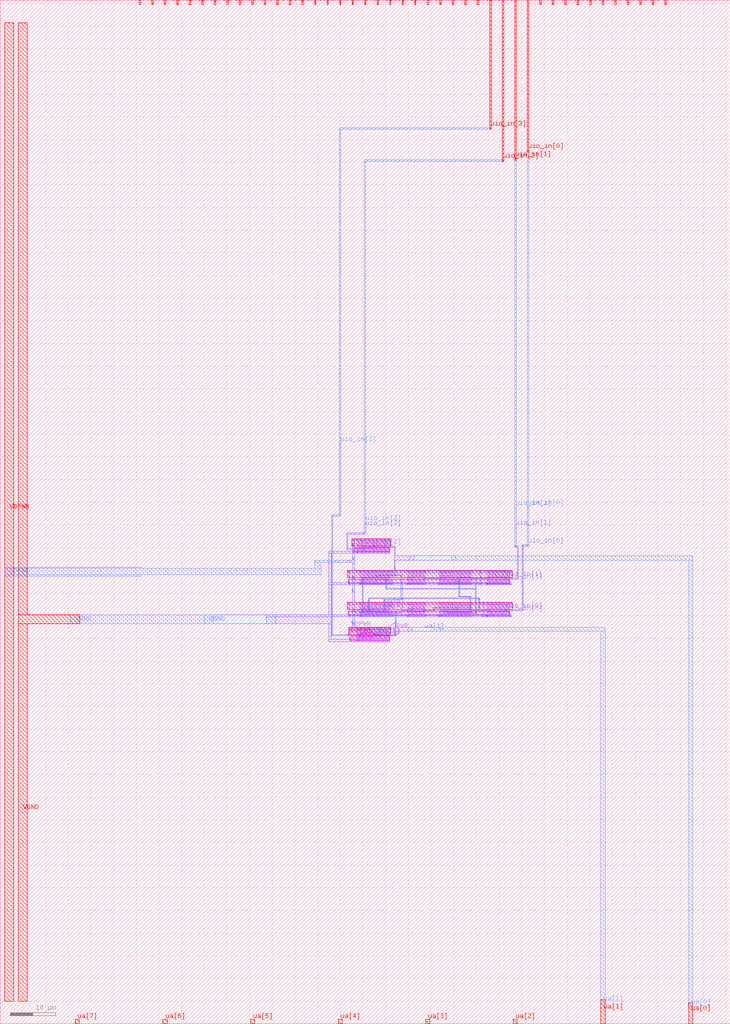
<source format=lef>
VERSION 5.7 ;
  NOWIREEXTENSIONATPIN ON ;
  DIVIDERCHAR "/" ;
  BUSBITCHARS "[]" ;
MACRO tt_um_relax_2
  CLASS BLOCK ;
  FOREIGN tt_um_relax_2 ;
  ORIGIN 0.000 0.000 ;
  SIZE 161.000 BY 225.760 ;
  PIN clk
    DIRECTION INPUT ;
    USE SIGNAL ;
    PORT
      LAYER met4 ;
        RECT 143.830 224.760 144.130 225.760 ;
    END
  END clk
  PIN ena
    DIRECTION INPUT ;
    USE SIGNAL ;
    PORT
      LAYER met4 ;
        RECT 146.590 224.760 146.890 225.760 ;
    END
  END ena
  PIN rst_n
    DIRECTION INPUT ;
    USE SIGNAL ;
    PORT
      LAYER met4 ;
        RECT 141.070 224.760 141.370 225.760 ;
    END
  END rst_n
  PIN ua[0]
    DIRECTION INOUT ;
    USE SIGNAL ;
    ANTENNAGATEAREA 5.940000 ;
    ANTENNADIFFAREA 5.724000 ;
    PORT
      LAYER li1 ;
        RECT 79.065 105.675 79.395 106.475 ;
        RECT 79.905 105.675 80.235 106.475 ;
        RECT 80.745 105.675 81.075 106.475 ;
        RECT 81.585 105.675 81.915 106.475 ;
        RECT 82.425 105.675 82.755 106.475 ;
        RECT 83.265 105.675 83.595 106.475 ;
        RECT 84.105 105.675 84.435 106.475 ;
        RECT 84.945 105.675 85.275 106.475 ;
        RECT 79.065 105.475 85.275 105.675 ;
        RECT 82.190 105.085 82.670 105.475 ;
        RECT 82.840 105.085 84.855 105.285 ;
        RECT 82.425 104.915 82.670 105.085 ;
        RECT 85.025 104.915 85.275 105.475 ;
        RECT 82.425 104.665 85.275 104.915 ;
        RECT 79.725 98.675 80.055 99.475 ;
        RECT 80.565 98.675 80.895 99.475 ;
        RECT 81.405 98.675 81.735 99.475 ;
        RECT 82.245 98.675 82.575 99.475 ;
        RECT 83.085 98.675 83.415 99.475 ;
        RECT 83.925 98.675 84.255 99.475 ;
        RECT 84.765 98.675 85.095 99.475 ;
        RECT 85.605 98.675 85.935 99.475 ;
        RECT 79.725 98.475 85.935 98.675 ;
        RECT 82.850 98.085 83.330 98.475 ;
        RECT 83.085 97.915 83.330 98.085 ;
        RECT 85.685 97.915 85.935 98.475 ;
        RECT 90.380 98.085 93.235 98.335 ;
        RECT 83.085 97.665 85.935 97.915 ;
        RECT 83.500 91.085 85.515 91.285 ;
      LAYER met1 ;
        RECT 82.220 105.420 82.620 105.580 ;
        RECT 83.030 105.420 83.420 105.470 ;
        RECT 82.220 105.290 83.420 105.420 ;
        RECT 82.220 105.260 87.120 105.290 ;
        RECT 82.220 105.180 82.620 105.260 ;
        RECT 83.030 105.085 87.120 105.260 ;
        RECT 83.030 105.020 83.420 105.085 ;
        RECT 86.900 103.170 87.120 105.085 ;
        RECT 90.370 103.170 91.270 103.200 ;
        RECT 86.900 102.270 91.270 103.170 ;
        RECT 86.900 100.690 87.120 102.270 ;
        RECT 90.370 102.240 91.270 102.270 ;
        RECT 86.850 100.430 87.170 100.690 ;
        RECT 86.880 98.980 87.140 99.030 ;
        RECT 82.950 98.760 88.610 98.980 ;
        RECT 82.950 98.530 83.170 98.760 ;
        RECT 86.880 98.710 87.140 98.760 ;
        RECT 82.830 98.070 83.290 98.530 ;
        RECT 88.355 98.340 88.610 98.760 ;
        RECT 90.500 98.340 90.990 98.460 ;
        RECT 88.355 98.085 90.990 98.340 ;
        RECT 88.355 97.825 88.610 98.085 ;
        RECT 90.500 97.990 90.990 98.085 ;
        RECT 88.355 97.505 88.615 97.825 ;
        RECT 84.595 91.950 84.855 92.270 ;
        RECT 84.595 91.400 84.850 91.950 ;
        RECT 84.490 90.950 84.930 91.400 ;
      LAYER met2 ;
        RECT 99.595 103.170 100.445 103.190 ;
        RECT 90.340 102.270 100.470 103.170 ;
        RECT 99.595 102.250 100.445 102.270 ;
        RECT 86.880 100.400 87.140 100.720 ;
        RECT 86.900 99.000 87.120 100.400 ;
        RECT 86.850 98.740 87.170 99.000 ;
        RECT 88.325 97.535 88.645 97.795 ;
        RECT 84.600 93.780 84.855 93.785 ;
        RECT 88.360 93.780 88.615 97.535 ;
        RECT 84.600 93.525 88.615 93.780 ;
        RECT 84.600 92.240 84.855 93.525 ;
        RECT 84.565 91.980 84.885 92.240 ;
      LAYER met3 ;
        RECT 99.570 102.270 152.710 103.170 ;
        RECT 151.810 4.605 152.710 102.270 ;
        RECT 151.785 3.715 152.735 4.605 ;
        RECT 151.810 3.710 152.710 3.715 ;
      LAYER met4 ;
        RECT 151.810 0.000 152.710 4.610 ;
    END
  END ua[0]
  PIN ua[1]
    DIRECTION INOUT ;
    USE SIGNAL ;
    ANTENNAGATEAREA 5.940000 ;
    ANTENNADIFFAREA 5.724000 ;
    PORT
      LAYER li1 ;
        RECT 79.720 98.085 82.575 98.305 ;
        RECT 79.725 91.675 80.055 92.475 ;
        RECT 80.565 91.675 80.895 92.475 ;
        RECT 81.405 91.675 81.735 92.475 ;
        RECT 82.245 91.675 82.575 92.475 ;
        RECT 83.085 91.675 83.415 92.475 ;
        RECT 83.925 91.675 84.255 92.475 ;
        RECT 84.765 91.675 85.095 92.475 ;
        RECT 85.605 91.675 85.935 92.475 ;
        RECT 79.725 91.475 85.935 91.675 ;
        RECT 82.850 91.085 83.330 91.475 ;
        RECT 83.085 90.915 83.330 91.085 ;
        RECT 85.685 90.915 85.935 91.475 ;
        RECT 90.390 91.085 93.245 91.335 ;
        RECT 83.085 90.665 85.935 90.915 ;
        RECT 79.015 86.185 79.345 86.985 ;
        RECT 79.855 86.185 80.185 86.985 ;
        RECT 80.695 86.185 81.025 86.985 ;
        RECT 81.535 86.185 81.865 86.985 ;
        RECT 82.375 86.185 82.705 86.985 ;
        RECT 83.215 86.185 83.545 86.985 ;
        RECT 84.055 86.185 84.385 86.985 ;
        RECT 84.895 86.185 85.225 86.985 ;
        RECT 79.015 85.985 85.225 86.185 ;
        RECT 82.140 85.595 82.620 85.985 ;
        RECT 82.790 85.595 84.805 85.795 ;
        RECT 82.375 85.425 82.620 85.595 ;
        RECT 84.975 85.425 85.225 85.985 ;
        RECT 82.375 85.175 85.225 85.425 ;
      LAYER met1 ;
        RECT 79.815 97.840 80.065 98.335 ;
        RECT 79.780 97.580 80.100 97.840 ;
        RECT 82.850 91.070 83.320 91.520 ;
        RECT 90.550 91.340 90.980 91.420 ;
        RECT 88.415 91.085 90.980 91.340 ;
        RECT 79.780 90.800 80.100 90.805 ;
        RECT 82.970 90.800 83.220 91.070 ;
        RECT 87.030 90.800 87.350 90.805 ;
        RECT 88.415 90.800 88.670 91.085 ;
        RECT 90.550 90.990 90.980 91.085 ;
        RECT 79.780 90.550 88.675 90.800 ;
        RECT 79.780 90.545 80.100 90.550 ;
        RECT 87.030 90.545 87.350 90.550 ;
        RECT 87.030 88.280 87.350 88.540 ;
        RECT 87.065 87.460 87.315 88.280 ;
        RECT 90.010 87.460 90.910 87.490 ;
        RECT 87.065 86.560 90.910 87.460 ;
        RECT 82.180 85.880 82.550 86.030 ;
        RECT 82.180 85.790 83.820 85.880 ;
        RECT 87.065 85.790 87.315 86.560 ;
        RECT 90.010 86.530 90.910 86.560 ;
        RECT 82.180 85.660 87.315 85.790 ;
        RECT 83.360 85.595 87.315 85.660 ;
        RECT 83.360 85.480 83.820 85.595 ;
      LAYER met2 ;
        RECT 79.810 97.550 80.070 97.870 ;
        RECT 79.815 90.835 80.065 97.550 ;
        RECT 79.810 90.515 80.070 90.835 ;
        RECT 87.060 90.515 87.320 90.835 ;
        RECT 87.065 88.570 87.315 90.515 ;
        RECT 87.060 88.250 87.320 88.570 ;
        RECT 89.980 87.435 97.130 87.460 ;
        RECT 89.980 86.585 97.150 87.435 ;
        RECT 89.980 86.560 97.130 86.585 ;
      LAYER met3 ;
        RECT 96.230 86.560 133.390 87.460 ;
        RECT 132.490 5.295 133.390 86.560 ;
        RECT 132.465 4.405 133.415 5.295 ;
        RECT 132.490 4.400 133.390 4.405 ;
      LAYER met4 ;
        RECT 132.490 0.000 133.390 5.300 ;
    END
  END ua[1]
  PIN ua[2]
    DIRECTION INOUT ;
    USE SIGNAL ;
    PORT
      LAYER met4 ;
        RECT 113.170 0.000 114.070 1.000 ;
    END
  END ua[2]
  PIN ua[3]
    DIRECTION INOUT ;
    USE SIGNAL ;
    PORT
      LAYER met4 ;
        RECT 93.850 0.000 94.750 1.000 ;
    END
  END ua[3]
  PIN ua[4]
    DIRECTION INOUT ;
    USE SIGNAL ;
    PORT
      LAYER met4 ;
        RECT 74.530 0.000 75.430 1.000 ;
    END
  END ua[4]
  PIN ua[5]
    DIRECTION INOUT ;
    USE SIGNAL ;
    PORT
      LAYER met4 ;
        RECT 55.210 0.000 56.110 1.000 ;
    END
  END ua[5]
  PIN ua[6]
    DIRECTION INOUT ;
    USE SIGNAL ;
    PORT
      LAYER met4 ;
        RECT 35.890 0.000 36.790 1.000 ;
    END
  END ua[6]
  PIN ua[7]
    DIRECTION INOUT ;
    USE SIGNAL ;
    PORT
      LAYER met4 ;
        RECT 16.570 0.000 17.470 1.000 ;
    END
  END ua[7]
  PIN ui_in[0]
    DIRECTION INPUT ;
    USE SIGNAL ;
    PORT
      LAYER met4 ;
        RECT 138.310 224.760 138.610 225.760 ;
    END
  END ui_in[0]
  PIN ui_in[1]
    DIRECTION INPUT ;
    USE SIGNAL ;
    PORT
      LAYER met4 ;
        RECT 135.550 224.760 135.850 225.760 ;
    END
  END ui_in[1]
  PIN ui_in[2]
    DIRECTION INPUT ;
    USE SIGNAL ;
    PORT
      LAYER met4 ;
        RECT 132.790 224.760 133.090 225.760 ;
    END
  END ui_in[2]
  PIN ui_in[3]
    DIRECTION INPUT ;
    USE SIGNAL ;
    PORT
      LAYER met4 ;
        RECT 130.030 224.760 130.330 225.760 ;
    END
  END ui_in[3]
  PIN ui_in[4]
    DIRECTION INPUT ;
    USE SIGNAL ;
    PORT
      LAYER met4 ;
        RECT 127.270 224.760 127.570 225.760 ;
    END
  END ui_in[4]
  PIN ui_in[5]
    DIRECTION INPUT ;
    USE SIGNAL ;
    PORT
      LAYER met4 ;
        RECT 124.510 224.760 124.810 225.760 ;
    END
  END ui_in[5]
  PIN ui_in[6]
    DIRECTION INPUT ;
    USE SIGNAL ;
    PORT
      LAYER met4 ;
        RECT 121.750 224.760 122.050 225.760 ;
    END
  END ui_in[6]
  PIN ui_in[7]
    DIRECTION INPUT ;
    USE SIGNAL ;
    PORT
      LAYER met4 ;
        RECT 118.990 224.760 119.290 225.760 ;
    END
  END ui_in[7]
  PIN uio_in[0]
    DIRECTION INPUT ;
    USE SIGNAL ;
    ANTENNADIFFAREA 1.782000 ;
    PORT
      LAYER li1 ;
        RECT 109.055 91.625 109.225 92.475 ;
        RECT 109.895 91.625 110.065 92.475 ;
        RECT 110.735 91.625 110.905 92.475 ;
        RECT 111.575 91.625 111.745 92.475 ;
        RECT 109.055 91.455 111.745 91.625 ;
        RECT 111.490 90.915 111.745 91.455 ;
        RECT 109.055 90.745 111.745 90.915 ;
        RECT 109.055 90.265 109.225 90.745 ;
        RECT 109.895 90.265 110.065 90.745 ;
        RECT 110.735 90.265 110.905 90.745 ;
        RECT 111.575 90.265 111.745 90.745 ;
      LAYER met1 ;
        RECT 116.230 105.610 116.530 105.640 ;
        RECT 115.180 105.310 116.530 105.610 ;
        RECT 111.430 91.280 111.790 91.370 ;
        RECT 115.180 91.280 115.380 105.310 ;
        RECT 116.230 105.280 116.530 105.310 ;
        RECT 111.430 91.080 115.380 91.280 ;
        RECT 111.430 91.000 111.790 91.080 ;
      LAYER met2 ;
        RECT 116.230 113.900 116.530 113.910 ;
        RECT 116.195 113.620 116.565 113.900 ;
        RECT 116.230 105.610 116.530 113.620 ;
        RECT 116.200 105.310 116.560 105.610 ;
      LAYER met3 ;
        RECT 116.190 192.300 116.570 192.620 ;
        RECT 116.230 113.925 116.530 192.300 ;
        RECT 116.215 113.595 116.545 113.925 ;
      LAYER met4 ;
        RECT 116.230 192.625 116.530 225.760 ;
        RECT 116.215 192.295 116.545 192.625 ;
    END
  END uio_in[0]
  PIN uio_in[1]
    DIRECTION INPUT ;
    USE SIGNAL ;
    ANTENNADIFFAREA 1.782000 ;
    PORT
      LAYER li1 ;
        RECT 109.065 98.625 109.235 99.475 ;
        RECT 109.905 98.625 110.075 99.475 ;
        RECT 110.745 98.625 110.915 99.475 ;
        RECT 111.585 98.625 111.755 99.475 ;
        RECT 109.065 98.455 111.755 98.625 ;
        RECT 111.500 97.915 111.755 98.455 ;
        RECT 109.065 97.745 111.755 97.915 ;
        RECT 109.065 97.265 109.235 97.745 ;
        RECT 109.905 97.265 110.075 97.745 ;
        RECT 110.745 97.265 110.915 97.745 ;
        RECT 111.585 97.265 111.755 97.745 ;
      LAYER met1 ;
        RECT 113.440 105.465 114.065 105.470 ;
        RECT 113.440 105.170 114.295 105.465 ;
        RECT 111.400 98.270 111.830 98.380 ;
        RECT 114.065 98.270 114.295 105.170 ;
        RECT 111.400 98.040 114.295 98.270 ;
        RECT 111.400 97.950 111.830 98.040 ;
      LAYER met2 ;
        RECT 113.470 113.860 113.770 113.870 ;
        RECT 113.435 113.580 113.805 113.860 ;
        RECT 113.470 105.140 113.770 113.580 ;
      LAYER met3 ;
        RECT 113.460 190.430 113.780 190.810 ;
        RECT 113.470 113.885 113.770 190.430 ;
        RECT 113.455 113.555 113.785 113.885 ;
      LAYER met4 ;
        RECT 113.470 190.785 113.770 225.760 ;
        RECT 113.455 190.455 113.785 190.785 ;
    END
  END uio_in[1]
  PIN uio_in[2]
    DIRECTION INPUT ;
    USE SIGNAL ;
    ANTENNAGATEAREA 1.980000 ;
    PORT
      LAYER li1 ;
        RECT 79.060 105.085 81.915 105.305 ;
      LAYER met1 ;
        RECT 76.665 108.245 80.630 108.250 ;
        RECT 76.415 107.950 80.630 108.245 ;
        RECT 76.415 104.830 76.665 107.950 ;
        RECT 80.050 104.990 80.480 105.380 ;
        RECT 80.150 104.830 80.400 104.990 ;
        RECT 76.415 104.580 80.400 104.830 ;
      LAYER met2 ;
        RECT 80.310 110.560 80.590 110.595 ;
        RECT 80.300 107.920 80.600 110.560 ;
      LAYER met3 ;
        RECT 110.700 190.500 111.020 190.540 ;
        RECT 80.300 190.200 111.020 190.500 ;
        RECT 80.300 110.575 80.600 190.200 ;
        RECT 110.700 190.160 111.020 190.200 ;
        RECT 80.285 110.245 80.615 110.575 ;
      LAYER met4 ;
        RECT 110.710 190.515 111.010 225.760 ;
        RECT 110.695 190.185 111.025 190.515 ;
    END
  END uio_in[2]
  PIN uio_in[3]
    DIRECTION INPUT ;
    USE SIGNAL ;
    ANTENNAGATEAREA 1.980000 ;
    PORT
      LAYER li1 ;
        RECT 79.010 85.595 81.865 85.815 ;
      LAYER met1 ;
        RECT 76.635 85.810 76.955 85.835 ;
        RECT 79.170 85.810 79.610 85.890 ;
        RECT 76.635 85.595 79.610 85.810 ;
        RECT 76.635 85.575 76.955 85.595 ;
        RECT 79.170 85.470 79.610 85.595 ;
      LAYER met2 ;
        RECT 74.800 127.950 75.100 127.960 ;
        RECT 74.765 127.670 75.135 127.950 ;
        RECT 73.105 112.280 73.320 112.285 ;
        RECT 74.800 112.280 75.100 127.670 ;
        RECT 73.105 111.980 75.100 112.280 ;
        RECT 73.105 85.815 73.320 111.980 ;
        RECT 76.665 85.815 76.925 85.865 ;
        RECT 73.105 85.600 76.925 85.815 ;
        RECT 76.665 85.545 76.925 85.600 ;
      LAYER met3 ;
        RECT 107.940 197.580 108.260 197.620 ;
        RECT 74.800 197.280 108.260 197.580 ;
        RECT 74.800 127.975 75.100 197.280 ;
        RECT 107.940 197.240 108.260 197.280 ;
        RECT 74.785 127.645 75.115 127.975 ;
      LAYER met4 ;
        RECT 107.950 197.595 108.250 225.760 ;
        RECT 107.935 197.265 108.265 197.595 ;
    END
  END uio_in[3]
  PIN uio_in[4]
    DIRECTION INPUT ;
    USE SIGNAL ;
    PORT
      LAYER met4 ;
        RECT 105.190 224.760 105.490 225.760 ;
    END
  END uio_in[4]
  PIN uio_in[5]
    DIRECTION INPUT ;
    USE SIGNAL ;
    PORT
      LAYER met4 ;
        RECT 102.430 224.760 102.730 225.760 ;
    END
  END uio_in[5]
  PIN uio_in[6]
    DIRECTION INPUT ;
    USE SIGNAL ;
    PORT
      LAYER met4 ;
        RECT 99.670 224.760 99.970 225.760 ;
    END
  END uio_in[6]
  PIN uio_in[7]
    DIRECTION INPUT ;
    USE SIGNAL ;
    PORT
      LAYER met4 ;
        RECT 96.910 224.760 97.210 225.760 ;
    END
  END uio_in[7]
  PIN uio_oe[0]
    DIRECTION OUTPUT ;
    USE SIGNAL ;
    PORT
      LAYER met4 ;
        RECT 49.990 224.760 50.290 225.760 ;
    END
  END uio_oe[0]
  PIN uio_oe[1]
    DIRECTION OUTPUT ;
    USE SIGNAL ;
    PORT
      LAYER met4 ;
        RECT 47.230 224.760 47.530 225.760 ;
    END
  END uio_oe[1]
  PIN uio_oe[2]
    DIRECTION OUTPUT ;
    USE SIGNAL ;
    PORT
      LAYER met4 ;
        RECT 44.470 224.760 44.770 225.760 ;
    END
  END uio_oe[2]
  PIN uio_oe[3]
    DIRECTION OUTPUT ;
    USE SIGNAL ;
    PORT
      LAYER met4 ;
        RECT 41.710 224.760 42.010 225.760 ;
    END
  END uio_oe[3]
  PIN uio_oe[4]
    DIRECTION OUTPUT ;
    USE SIGNAL ;
    PORT
      LAYER met4 ;
        RECT 38.950 224.760 39.250 225.760 ;
    END
  END uio_oe[4]
  PIN uio_oe[5]
    DIRECTION OUTPUT ;
    USE SIGNAL ;
    PORT
      LAYER met4 ;
        RECT 36.190 224.760 36.490 225.760 ;
    END
  END uio_oe[5]
  PIN uio_oe[6]
    DIRECTION OUTPUT ;
    USE SIGNAL ;
    PORT
      LAYER met4 ;
        RECT 33.430 224.760 33.730 225.760 ;
    END
  END uio_oe[6]
  PIN uio_oe[7]
    DIRECTION OUTPUT ;
    USE SIGNAL ;
    PORT
      LAYER met4 ;
        RECT 30.670 224.760 30.970 225.760 ;
    END
  END uio_oe[7]
  PIN uio_out[0]
    DIRECTION OUTPUT ;
    USE SIGNAL ;
    PORT
      LAYER met4 ;
        RECT 72.070 224.760 72.370 225.760 ;
    END
  END uio_out[0]
  PIN uio_out[1]
    DIRECTION OUTPUT ;
    USE SIGNAL ;
    PORT
      LAYER met4 ;
        RECT 69.310 224.760 69.610 225.760 ;
    END
  END uio_out[1]
  PIN uio_out[2]
    DIRECTION OUTPUT ;
    USE SIGNAL ;
    PORT
      LAYER met4 ;
        RECT 66.550 224.760 66.850 225.760 ;
    END
  END uio_out[2]
  PIN uio_out[3]
    DIRECTION OUTPUT ;
    USE SIGNAL ;
    PORT
      LAYER met4 ;
        RECT 63.790 224.760 64.090 225.760 ;
    END
  END uio_out[3]
  PIN uio_out[4]
    DIRECTION OUTPUT ;
    USE SIGNAL ;
    PORT
      LAYER met4 ;
        RECT 61.030 224.760 61.330 225.760 ;
    END
  END uio_out[4]
  PIN uio_out[5]
    DIRECTION OUTPUT ;
    USE SIGNAL ;
    PORT
      LAYER met4 ;
        RECT 58.270 224.760 58.570 225.760 ;
    END
  END uio_out[5]
  PIN uio_out[6]
    DIRECTION OUTPUT ;
    USE SIGNAL ;
    PORT
      LAYER met4 ;
        RECT 55.510 224.760 55.810 225.760 ;
    END
  END uio_out[6]
  PIN uio_out[7]
    DIRECTION OUTPUT ;
    USE SIGNAL ;
    PORT
      LAYER met4 ;
        RECT 52.750 224.760 53.050 225.760 ;
    END
  END uio_out[7]
  PIN uo_out[0]
    DIRECTION OUTPUT ;
    USE SIGNAL ;
    PORT
      LAYER met4 ;
        RECT 94.150 224.760 94.450 225.760 ;
    END
  END uo_out[0]
  PIN uo_out[1]
    DIRECTION OUTPUT ;
    USE SIGNAL ;
    PORT
      LAYER met4 ;
        RECT 91.390 224.760 91.690 225.760 ;
    END
  END uo_out[1]
  PIN uo_out[2]
    DIRECTION OUTPUT ;
    USE SIGNAL ;
    PORT
      LAYER met4 ;
        RECT 88.630 224.760 88.930 225.760 ;
    END
  END uo_out[2]
  PIN uo_out[3]
    DIRECTION OUTPUT ;
    USE SIGNAL ;
    PORT
      LAYER met4 ;
        RECT 85.870 224.760 86.170 225.760 ;
    END
  END uo_out[3]
  PIN uo_out[4]
    DIRECTION OUTPUT ;
    USE SIGNAL ;
    PORT
      LAYER met4 ;
        RECT 83.110 224.760 83.410 225.760 ;
    END
  END uo_out[4]
  PIN uo_out[5]
    DIRECTION OUTPUT ;
    USE SIGNAL ;
    PORT
      LAYER met4 ;
        RECT 80.350 224.760 80.650 225.760 ;
    END
  END uo_out[5]
  PIN uo_out[6]
    DIRECTION OUTPUT ;
    USE SIGNAL ;
    PORT
      LAYER met4 ;
        RECT 77.590 224.760 77.890 225.760 ;
    END
  END uo_out[6]
  PIN uo_out[7]
    DIRECTION OUTPUT ;
    USE SIGNAL ;
    PORT
      LAYER met4 ;
        RECT 74.830 224.760 75.130 225.760 ;
    END
  END uo_out[7]
  PIN VDPWR
    DIRECTION INOUT ;
    USE POWER ;
    PORT
      LAYER nwell ;
        RECT 77.520 105.315 86.100 106.920 ;
        RECT 76.540 98.315 112.920 99.920 ;
        RECT 76.520 91.315 112.910 92.920 ;
        RECT 106.130 91.305 106.970 91.315 ;
        RECT 77.090 87.420 86.050 87.430 ;
        RECT 76.860 85.825 86.050 87.420 ;
        RECT 76.860 85.815 77.700 85.825 ;
      LAYER li1 ;
        RECT 77.710 106.645 78.170 106.815 ;
        RECT 78.550 106.645 85.910 106.815 ;
        RECT 77.795 105.480 78.085 106.645 ;
        RECT 78.640 105.505 78.895 106.645 ;
        RECT 79.565 105.845 79.735 106.645 ;
        RECT 80.405 105.845 80.575 106.645 ;
        RECT 81.245 105.845 81.415 106.645 ;
        RECT 82.085 105.845 82.255 106.645 ;
        RECT 82.925 105.845 83.095 106.645 ;
        RECT 83.765 105.845 83.935 106.645 ;
        RECT 84.605 105.845 84.775 106.645 ;
        RECT 85.465 105.505 85.820 106.645 ;
        RECT 76.730 99.645 77.190 99.815 ;
        RECT 79.210 99.645 86.570 99.815 ;
        RECT 89.700 99.645 93.840 99.815 ;
        RECT 96.720 99.645 104.080 99.815 ;
        RECT 105.660 99.645 106.120 99.815 ;
        RECT 107.210 99.645 112.730 99.815 ;
        RECT 76.815 98.480 77.105 99.645 ;
        RECT 79.300 98.505 79.555 99.645 ;
        RECT 80.225 98.845 80.395 99.645 ;
        RECT 81.065 98.845 81.235 99.645 ;
        RECT 81.905 98.845 82.075 99.645 ;
        RECT 82.745 98.845 82.915 99.645 ;
        RECT 83.585 98.845 83.755 99.645 ;
        RECT 84.425 98.845 84.595 99.645 ;
        RECT 85.265 98.845 85.435 99.645 ;
        RECT 86.125 98.505 86.480 99.645 ;
        RECT 89.955 98.845 90.210 99.645 ;
        RECT 90.880 98.845 91.050 99.645 ;
        RECT 91.720 98.845 91.890 99.645 ;
        RECT 92.560 98.845 92.730 99.645 ;
        RECT 93.400 98.845 93.700 99.645 ;
        RECT 97.295 98.845 97.545 99.645 ;
        RECT 98.135 98.845 98.385 99.645 ;
        RECT 98.975 98.845 99.225 99.645 ;
        RECT 99.815 98.845 100.065 99.645 ;
        RECT 105.745 98.480 106.035 99.645 ;
        RECT 107.805 98.845 107.975 99.645 ;
        RECT 108.645 98.845 108.815 99.645 ;
        RECT 109.405 98.845 109.735 99.645 ;
        RECT 110.245 98.845 110.575 99.645 ;
        RECT 111.085 98.845 111.415 99.645 ;
        RECT 111.925 98.495 112.255 99.645 ;
        RECT 76.710 92.645 77.170 92.815 ;
        RECT 79.210 92.645 86.570 92.815 ;
        RECT 89.710 92.645 93.850 92.815 ;
        RECT 96.710 92.645 104.070 92.815 ;
        RECT 76.795 91.480 77.085 92.645 ;
        RECT 79.300 91.505 79.555 92.645 ;
        RECT 80.225 91.845 80.395 92.645 ;
        RECT 81.065 91.845 81.235 92.645 ;
        RECT 81.905 91.845 82.075 92.645 ;
        RECT 82.745 91.845 82.915 92.645 ;
        RECT 83.585 91.845 83.755 92.645 ;
        RECT 84.425 91.845 84.595 92.645 ;
        RECT 85.265 91.845 85.435 92.645 ;
        RECT 86.125 91.505 86.480 92.645 ;
        RECT 89.965 91.845 90.220 92.645 ;
        RECT 90.890 91.845 91.060 92.645 ;
        RECT 91.730 91.845 91.900 92.645 ;
        RECT 92.570 91.845 92.740 92.645 ;
        RECT 93.410 91.845 93.710 92.645 ;
        RECT 97.285 91.845 97.535 92.645 ;
        RECT 98.125 91.845 98.375 92.645 ;
        RECT 98.965 91.845 99.215 92.645 ;
        RECT 99.805 91.845 100.055 92.645 ;
        RECT 106.320 92.635 106.780 92.805 ;
        RECT 107.200 92.645 112.720 92.815 ;
        RECT 106.405 91.470 106.695 92.635 ;
        RECT 107.795 91.845 107.965 92.645 ;
        RECT 108.635 91.845 108.805 92.645 ;
        RECT 109.395 91.845 109.725 92.645 ;
        RECT 110.235 91.845 110.565 92.645 ;
        RECT 111.075 91.845 111.405 92.645 ;
        RECT 111.915 91.495 112.245 92.645 ;
        RECT 77.050 87.145 77.510 87.315 ;
        RECT 78.500 87.155 85.860 87.325 ;
        RECT 77.135 85.980 77.425 87.145 ;
        RECT 78.590 86.015 78.845 87.155 ;
        RECT 79.515 86.355 79.685 87.155 ;
        RECT 80.355 86.355 80.525 87.155 ;
        RECT 81.195 86.355 81.365 87.155 ;
        RECT 82.035 86.355 82.205 87.155 ;
        RECT 82.875 86.355 83.045 87.155 ;
        RECT 83.715 86.355 83.885 87.155 ;
        RECT 84.555 86.355 84.725 87.155 ;
        RECT 85.415 86.015 85.770 87.155 ;
      LAYER met1 ;
        RECT 77.710 106.870 85.910 106.970 ;
        RECT 77.700 106.490 85.910 106.870 ;
        RECT 77.700 105.890 78.180 106.490 ;
        RECT 77.670 105.410 78.210 105.890 ;
        RECT 77.700 102.240 78.180 102.930 ;
        RECT 76.490 101.760 78.180 102.240 ;
        RECT 77.700 99.970 78.180 101.760 ;
        RECT 76.730 99.490 112.730 99.970 ;
        RECT 77.700 98.660 78.180 99.490 ;
        RECT 77.670 98.180 78.210 98.660 ;
        RECT 77.700 92.970 78.180 95.810 ;
        RECT 76.710 92.495 112.720 92.970 ;
        RECT 76.710 92.490 77.170 92.495 ;
        RECT 77.700 91.320 78.180 92.495 ;
        RECT 79.210 92.490 86.570 92.495 ;
        RECT 89.710 92.490 93.850 92.495 ;
        RECT 96.710 92.490 104.070 92.495 ;
        RECT 106.320 92.480 106.780 92.495 ;
        RECT 107.200 92.490 112.720 92.495 ;
        RECT 77.670 90.840 78.210 91.320 ;
        RECT 77.670 88.310 78.210 88.790 ;
        RECT 77.700 87.470 78.180 88.310 ;
        RECT 78.500 87.470 85.860 87.480 ;
        RECT 77.050 87.000 85.860 87.470 ;
        RECT 77.050 86.990 77.510 87.000 ;
      LAYER met2 ;
        RECT 77.700 102.900 78.180 105.920 ;
        RECT 77.670 102.420 78.210 102.900 ;
        RECT 76.520 102.240 77.000 102.270 ;
        RECT 73.885 101.760 77.000 102.240 ;
        RECT 76.520 101.730 77.000 101.760 ;
        RECT 77.700 95.780 78.180 98.690 ;
        RECT 77.670 95.300 78.210 95.780 ;
        RECT 77.700 88.280 78.180 91.350 ;
      LAYER met3 ;
        RECT 73.905 102.240 74.435 102.265 ;
        RECT 69.350 101.760 74.435 102.240 ;
        RECT 1.000 100.430 31.105 100.710 ;
        RECT 69.385 100.430 70.795 101.760 ;
        RECT 73.905 101.735 74.435 101.760 ;
        RECT 1.000 99.020 70.795 100.430 ;
        RECT 1.000 98.740 31.105 99.020 ;
        RECT 1.000 98.710 3.000 98.740 ;
      LAYER met4 ;
        RECT 1.000 5.000 3.000 220.760 ;
    END
  END VDPWR
  PIN VGND
    DIRECTION INOUT ;
    USE GROUND ;
    PORT
      LAYER pwell ;
        RECT 77.715 104.115 85.905 105.025 ;
        RECT 78.700 103.925 78.870 104.115 ;
        RECT 76.725 97.115 112.345 98.025 ;
        RECT 79.360 96.925 79.530 97.115 ;
        RECT 89.870 97.095 90.015 97.115 ;
        RECT 89.845 96.925 90.015 97.095 ;
        RECT 96.865 96.925 97.035 97.115 ;
        RECT 107.360 96.925 107.530 97.115 ;
        RECT 76.725 90.115 112.335 91.025 ;
        RECT 79.360 89.925 79.530 90.115 ;
        RECT 89.880 90.095 90.025 90.115 ;
        RECT 89.855 89.925 90.025 90.095 ;
        RECT 96.855 89.925 97.025 90.115 ;
        RECT 107.350 89.925 107.520 90.115 ;
        RECT 77.045 84.625 85.855 85.535 ;
        RECT 78.650 84.435 78.820 84.625 ;
      LAYER li1 ;
        RECT 77.795 104.095 78.085 104.820 ;
        RECT 79.145 104.095 79.315 104.575 ;
        RECT 79.985 104.095 80.155 104.575 ;
        RECT 80.825 104.095 80.995 104.575 ;
        RECT 81.665 104.095 81.835 104.575 ;
        RECT 77.710 103.925 78.170 104.095 ;
        RECT 78.550 103.925 85.910 104.095 ;
        RECT 76.815 97.095 77.105 97.820 ;
        RECT 79.805 97.095 79.975 97.575 ;
        RECT 80.645 97.095 80.815 97.575 ;
        RECT 81.485 97.095 81.655 97.575 ;
        RECT 82.325 97.095 82.495 97.575 ;
        RECT 89.955 97.095 90.210 97.555 ;
        RECT 90.880 97.095 91.050 97.555 ;
        RECT 91.720 97.095 91.890 97.555 ;
        RECT 92.560 97.095 92.730 97.555 ;
        RECT 93.400 97.095 93.705 97.555 ;
        RECT 96.810 97.095 97.085 97.915 ;
        RECT 97.755 97.095 97.925 97.565 ;
        RECT 98.595 97.095 98.765 97.565 ;
        RECT 99.435 97.095 99.605 97.565 ;
        RECT 100.275 97.095 100.445 97.565 ;
        RECT 101.115 97.095 101.285 97.565 ;
        RECT 101.955 97.095 102.125 97.565 ;
        RECT 102.795 97.095 102.965 97.565 ;
        RECT 103.635 97.095 103.925 97.565 ;
        RECT 105.745 97.095 106.035 97.820 ;
        RECT 107.725 97.095 108.055 97.575 ;
        RECT 108.565 97.095 108.895 97.575 ;
        RECT 109.405 97.095 109.735 97.575 ;
        RECT 110.245 97.095 110.575 97.575 ;
        RECT 111.085 97.095 111.415 97.575 ;
        RECT 111.925 97.095 112.255 97.895 ;
        RECT 76.730 96.925 77.190 97.095 ;
        RECT 79.210 96.925 86.570 97.095 ;
        RECT 89.700 96.925 93.840 97.095 ;
        RECT 96.720 96.925 104.080 97.095 ;
        RECT 105.660 96.925 106.120 97.095 ;
        RECT 107.210 96.925 112.730 97.095 ;
        RECT 76.795 90.095 77.085 90.820 ;
        RECT 79.805 90.095 79.975 90.575 ;
        RECT 80.645 90.095 80.815 90.575 ;
        RECT 81.485 90.095 81.655 90.575 ;
        RECT 82.325 90.095 82.495 90.575 ;
        RECT 89.965 90.095 90.220 90.555 ;
        RECT 90.890 90.095 91.060 90.555 ;
        RECT 91.730 90.095 91.900 90.555 ;
        RECT 92.570 90.095 92.740 90.555 ;
        RECT 93.410 90.095 93.715 90.555 ;
        RECT 96.800 90.095 97.075 90.915 ;
        RECT 97.745 90.095 97.915 90.565 ;
        RECT 98.585 90.095 98.755 90.565 ;
        RECT 99.425 90.095 99.595 90.565 ;
        RECT 100.265 90.095 100.435 90.565 ;
        RECT 101.105 90.095 101.275 90.565 ;
        RECT 101.945 90.095 102.115 90.565 ;
        RECT 102.785 90.095 102.955 90.565 ;
        RECT 103.625 90.095 103.915 90.565 ;
        RECT 76.710 89.925 77.170 90.095 ;
        RECT 79.210 89.925 86.570 90.095 ;
        RECT 89.710 89.925 93.850 90.095 ;
        RECT 96.710 89.925 104.070 90.095 ;
        RECT 106.405 90.085 106.695 90.810 ;
        RECT 107.715 90.095 108.045 90.575 ;
        RECT 108.555 90.095 108.885 90.575 ;
        RECT 109.395 90.095 109.725 90.575 ;
        RECT 110.235 90.095 110.565 90.575 ;
        RECT 111.075 90.095 111.405 90.575 ;
        RECT 111.915 90.095 112.245 90.895 ;
        RECT 106.320 89.915 106.780 90.085 ;
        RECT 107.200 89.925 112.720 90.095 ;
        RECT 77.135 84.595 77.425 85.320 ;
        RECT 79.095 84.605 79.265 85.085 ;
        RECT 79.935 84.605 80.105 85.085 ;
        RECT 80.775 84.605 80.945 85.085 ;
        RECT 81.615 84.605 81.785 85.085 ;
        RECT 77.050 84.425 77.510 84.595 ;
        RECT 78.500 84.435 85.860 84.605 ;
      LAYER met1 ;
        RECT 72.480 103.770 85.910 104.250 ;
        RECT 72.480 97.250 72.960 103.770 ;
        RECT 72.480 96.770 112.730 97.250 ;
        RECT 72.480 90.245 72.960 96.770 ;
        RECT 76.710 90.245 77.170 90.250 ;
        RECT 79.210 90.245 86.570 90.250 ;
        RECT 89.710 90.245 93.850 90.250 ;
        RECT 96.710 90.245 104.070 90.250 ;
        RECT 107.200 90.245 112.720 90.250 ;
        RECT 58.710 90.210 60.710 90.240 ;
        RECT 72.480 90.210 112.720 90.245 ;
        RECT 58.710 89.775 112.720 90.210 ;
        RECT 58.710 89.770 104.070 89.775 ;
        RECT 58.710 88.210 72.960 89.770 ;
        RECT 106.320 89.760 106.780 89.775 ;
        RECT 107.200 89.770 112.720 89.775 ;
        RECT 58.710 88.180 60.710 88.210 ;
        RECT 72.480 84.760 72.960 88.210 ;
        RECT 72.480 84.280 85.860 84.760 ;
        RECT 72.480 84.260 72.960 84.280 ;
        RECT 77.050 84.270 77.510 84.280 ;
      LAYER met2 ;
        RECT 45.025 90.210 46.975 90.230 ;
        RECT 45.000 88.210 60.740 90.210 ;
        RECT 45.025 88.190 46.975 88.210 ;
      LAYER met3 ;
        RECT 15.495 90.210 17.485 90.235 ;
        RECT 15.490 88.210 47.000 90.210 ;
        RECT 15.495 88.185 17.485 88.210 ;
      LAYER met4 ;
        RECT 4.000 90.210 6.000 220.760 ;
        RECT 4.000 88.210 17.490 90.210 ;
        RECT 4.000 5.000 6.000 88.210 ;
    END
  END VGND
  OBS
      LAYER li1 ;
        RECT 78.640 104.745 82.255 104.915 ;
        RECT 78.640 104.265 78.975 104.745 ;
        RECT 79.485 104.265 79.815 104.745 ;
        RECT 80.325 104.265 80.655 104.745 ;
        RECT 81.165 104.265 81.495 104.745 ;
        RECT 82.005 104.495 82.255 104.745 ;
        RECT 85.445 104.495 85.820 104.915 ;
        RECT 82.005 104.265 85.820 104.495 ;
        RECT 90.380 98.675 90.710 99.475 ;
        RECT 91.220 98.675 91.550 99.475 ;
        RECT 92.060 98.675 92.390 99.475 ;
        RECT 92.900 98.675 93.230 99.475 ;
        RECT 96.810 98.675 97.125 99.475 ;
        RECT 97.715 98.675 97.965 99.475 ;
        RECT 98.555 98.675 98.805 99.475 ;
        RECT 99.395 98.675 99.645 99.475 ;
        RECT 100.235 99.305 103.845 99.475 ;
        RECT 100.235 98.675 100.485 99.305 ;
        RECT 89.785 98.505 93.755 98.675 ;
        RECT 83.500 98.085 85.515 98.285 ;
        RECT 89.785 97.915 90.130 98.505 ;
        RECT 93.435 97.915 93.755 98.505 ;
        RECT 96.810 98.465 100.485 98.675 ;
        RECT 100.655 98.625 100.905 99.135 ;
        RECT 101.075 98.795 101.325 99.305 ;
        RECT 101.495 98.625 101.745 99.135 ;
        RECT 101.915 98.795 102.165 99.305 ;
        RECT 102.335 98.625 102.585 99.135 ;
        RECT 102.755 98.795 103.005 99.305 ;
        RECT 103.175 98.625 103.425 99.135 ;
        RECT 103.595 98.795 103.845 99.305 ;
        RECT 107.305 98.625 107.635 99.475 ;
        RECT 108.145 98.625 108.475 99.475 ;
        RECT 100.655 98.455 103.995 98.625 ;
        RECT 107.305 98.455 108.805 98.625 ;
        RECT 97.080 98.085 100.250 98.285 ;
        RECT 100.520 98.085 103.260 98.285 ;
        RECT 103.430 97.915 103.995 98.455 ;
        RECT 107.350 98.085 108.450 98.285 ;
        RECT 108.630 98.255 108.805 98.455 ;
        RECT 108.630 98.085 111.255 98.255 ;
        RECT 108.630 97.915 108.805 98.085 ;
        RECT 79.300 97.745 82.915 97.915 ;
        RECT 79.300 97.265 79.635 97.745 ;
        RECT 80.145 97.265 80.475 97.745 ;
        RECT 80.985 97.265 81.315 97.745 ;
        RECT 81.825 97.265 82.155 97.745 ;
        RECT 82.665 97.495 82.915 97.745 ;
        RECT 86.105 97.495 86.480 97.915 ;
        RECT 89.785 97.725 93.755 97.915 ;
        RECT 97.255 97.735 103.995 97.915 ;
        RECT 107.385 97.745 108.805 97.915 ;
        RECT 82.665 97.265 86.480 97.495 ;
        RECT 90.380 97.265 90.710 97.725 ;
        RECT 91.220 97.265 91.550 97.725 ;
        RECT 92.060 97.265 92.390 97.725 ;
        RECT 92.900 97.265 93.230 97.725 ;
        RECT 97.255 97.265 97.585 97.735 ;
        RECT 98.095 97.265 98.425 97.735 ;
        RECT 98.935 97.265 99.265 97.735 ;
        RECT 99.775 97.265 100.105 97.735 ;
        RECT 100.615 97.265 100.945 97.735 ;
        RECT 101.455 97.265 101.785 97.735 ;
        RECT 102.295 97.265 102.625 97.735 ;
        RECT 103.135 97.265 103.465 97.735 ;
        RECT 107.385 97.265 107.555 97.745 ;
        RECT 108.225 97.270 108.395 97.745 ;
        RECT 90.390 91.675 90.720 92.475 ;
        RECT 91.230 91.675 91.560 92.475 ;
        RECT 92.070 91.675 92.400 92.475 ;
        RECT 92.910 91.675 93.240 92.475 ;
        RECT 96.800 91.675 97.115 92.475 ;
        RECT 97.705 91.675 97.955 92.475 ;
        RECT 98.545 91.675 98.795 92.475 ;
        RECT 99.385 91.675 99.635 92.475 ;
        RECT 100.225 92.305 103.835 92.475 ;
        RECT 100.225 91.675 100.475 92.305 ;
        RECT 89.795 91.505 93.765 91.675 ;
        RECT 79.720 91.085 82.575 91.305 ;
        RECT 89.795 90.915 90.140 91.505 ;
        RECT 93.445 90.915 93.765 91.505 ;
        RECT 96.800 91.465 100.475 91.675 ;
        RECT 100.645 91.625 100.895 92.135 ;
        RECT 101.065 91.795 101.315 92.305 ;
        RECT 101.485 91.625 101.735 92.135 ;
        RECT 101.905 91.795 102.155 92.305 ;
        RECT 102.325 91.625 102.575 92.135 ;
        RECT 102.745 91.795 102.995 92.305 ;
        RECT 103.165 91.625 103.415 92.135 ;
        RECT 103.585 91.795 103.835 92.305 ;
        RECT 107.295 91.625 107.625 92.475 ;
        RECT 108.135 91.625 108.465 92.475 ;
        RECT 100.645 91.455 103.985 91.625 ;
        RECT 107.295 91.455 108.795 91.625 ;
        RECT 97.070 91.085 100.240 91.285 ;
        RECT 100.510 91.085 103.250 91.285 ;
        RECT 103.420 90.915 103.985 91.455 ;
        RECT 107.340 91.085 108.440 91.285 ;
        RECT 108.620 91.255 108.795 91.455 ;
        RECT 108.620 91.085 111.245 91.255 ;
        RECT 108.620 90.915 108.795 91.085 ;
        RECT 79.300 90.745 82.915 90.915 ;
        RECT 79.300 90.265 79.635 90.745 ;
        RECT 80.145 90.265 80.475 90.745 ;
        RECT 80.985 90.265 81.315 90.745 ;
        RECT 81.825 90.265 82.155 90.745 ;
        RECT 82.665 90.495 82.915 90.745 ;
        RECT 86.105 90.495 86.480 90.915 ;
        RECT 89.795 90.725 93.765 90.915 ;
        RECT 97.245 90.735 103.985 90.915 ;
        RECT 107.375 90.745 108.795 90.915 ;
        RECT 82.665 90.265 86.480 90.495 ;
        RECT 90.390 90.265 90.720 90.725 ;
        RECT 91.230 90.265 91.560 90.725 ;
        RECT 92.070 90.265 92.400 90.725 ;
        RECT 92.910 90.265 93.240 90.725 ;
        RECT 97.245 90.265 97.575 90.735 ;
        RECT 98.085 90.265 98.415 90.735 ;
        RECT 98.925 90.265 99.255 90.735 ;
        RECT 99.765 90.265 100.095 90.735 ;
        RECT 100.605 90.265 100.935 90.735 ;
        RECT 101.445 90.265 101.775 90.735 ;
        RECT 102.285 90.265 102.615 90.735 ;
        RECT 103.125 90.265 103.455 90.735 ;
        RECT 107.375 90.265 107.545 90.745 ;
        RECT 108.215 90.270 108.385 90.745 ;
        RECT 78.590 85.255 82.205 85.425 ;
        RECT 78.590 84.775 78.925 85.255 ;
        RECT 79.435 84.775 79.765 85.255 ;
        RECT 80.275 84.775 80.605 85.255 ;
        RECT 81.115 84.775 81.445 85.255 ;
        RECT 81.955 85.005 82.205 85.255 ;
        RECT 85.395 85.005 85.770 85.425 ;
        RECT 81.955 84.775 85.770 85.005 ;
      LAYER met1 ;
        RECT 84.920 97.970 85.370 98.390 ;
        RECT 93.450 98.290 93.740 98.305 ;
        RECT 97.630 98.290 98.050 98.350 ;
        RECT 93.450 98.085 98.050 98.290 ;
        RECT 93.450 98.075 93.740 98.085 ;
        RECT 97.630 98.020 98.050 98.085 ;
        RECT 101.030 97.970 101.370 98.350 ;
        RECT 103.640 98.250 103.930 98.280 ;
        RECT 104.745 98.250 105.065 98.290 ;
        RECT 107.510 98.250 107.850 98.370 ;
        RECT 103.640 98.075 107.850 98.250 ;
        RECT 103.640 98.050 103.930 98.075 ;
        RECT 104.745 98.030 105.065 98.075 ;
        RECT 107.510 97.970 107.850 98.075 ;
        RECT 85.025 97.760 85.255 97.970 ;
        RECT 101.120 97.770 101.290 97.970 ;
        RECT 85.010 97.440 85.270 97.760 ;
        RECT 101.075 97.450 101.335 97.770 ;
        RECT 84.980 96.055 85.300 96.070 ;
        RECT 102.440 96.055 102.760 96.070 ;
        RECT 84.980 95.825 102.760 96.055 ;
        RECT 84.980 95.810 85.300 95.825 ;
        RECT 102.440 95.810 102.760 95.825 ;
        RECT 105.455 93.905 105.775 93.930 ;
        RECT 81.220 93.700 105.775 93.905 ;
        RECT 81.220 93.510 81.425 93.700 ;
        RECT 105.455 93.670 105.775 93.700 ;
        RECT 81.160 93.250 81.480 93.510 ;
        RECT 81.185 91.780 81.445 92.100 ;
        RECT 103.540 91.910 103.860 92.170 ;
        RECT 81.210 91.370 81.415 91.780 ;
        RECT 95.605 91.680 100.940 91.850 ;
        RECT 81.140 91.040 81.450 91.370 ;
        RECT 93.485 91.255 93.775 91.285 ;
        RECT 95.605 91.255 95.775 91.680 ;
        RECT 100.770 91.360 100.940 91.680 ;
        RECT 93.485 91.085 95.775 91.255 ;
        RECT 93.485 91.055 93.775 91.085 ;
        RECT 98.300 90.970 98.680 91.350 ;
        RECT 100.700 91.030 101.000 91.360 ;
        RECT 103.615 91.305 103.785 91.910 ;
        RECT 105.480 91.740 105.740 92.060 ;
        RECT 103.585 91.290 103.815 91.305 ;
        RECT 105.505 91.290 105.710 91.740 ;
        RECT 107.520 91.290 107.850 91.360 ;
        RECT 103.585 91.085 107.850 91.290 ;
        RECT 103.585 91.015 103.815 91.085 ;
        RECT 107.520 91.020 107.850 91.085 ;
        RECT 98.415 90.690 98.590 90.970 ;
        RECT 104.740 90.690 105.060 90.735 ;
        RECT 98.415 90.515 105.060 90.690 ;
        RECT 98.415 90.500 98.590 90.515 ;
        RECT 104.740 90.475 105.060 90.515 ;
      LAYER met2 ;
        RECT 104.775 98.000 105.035 98.320 ;
        RECT 84.980 97.470 85.300 97.730 ;
        RECT 101.045 97.480 101.365 97.740 ;
        RECT 85.025 96.100 85.255 97.470 ;
        RECT 85.010 95.780 85.270 96.100 ;
        RECT 101.120 94.305 101.290 97.480 ;
        RECT 102.470 96.055 102.730 96.100 ;
        RECT 104.815 96.055 104.990 98.000 ;
        RECT 102.470 95.825 104.990 96.055 ;
        RECT 102.470 95.780 102.730 95.825 ;
        RECT 101.120 94.135 103.785 94.305 ;
        RECT 81.190 93.220 81.450 93.540 ;
        RECT 81.215 92.070 81.420 93.220 ;
        RECT 103.615 92.200 103.785 94.135 ;
        RECT 81.155 91.810 81.475 92.070 ;
        RECT 103.570 91.880 103.830 92.200 ;
        RECT 104.815 90.765 104.990 95.825 ;
        RECT 105.485 93.640 105.745 93.960 ;
        RECT 105.510 92.030 105.715 93.640 ;
        RECT 105.450 91.770 105.770 92.030 ;
        RECT 104.770 90.445 105.030 90.765 ;
  END
END tt_um_relax_2
END LIBRARY


</source>
